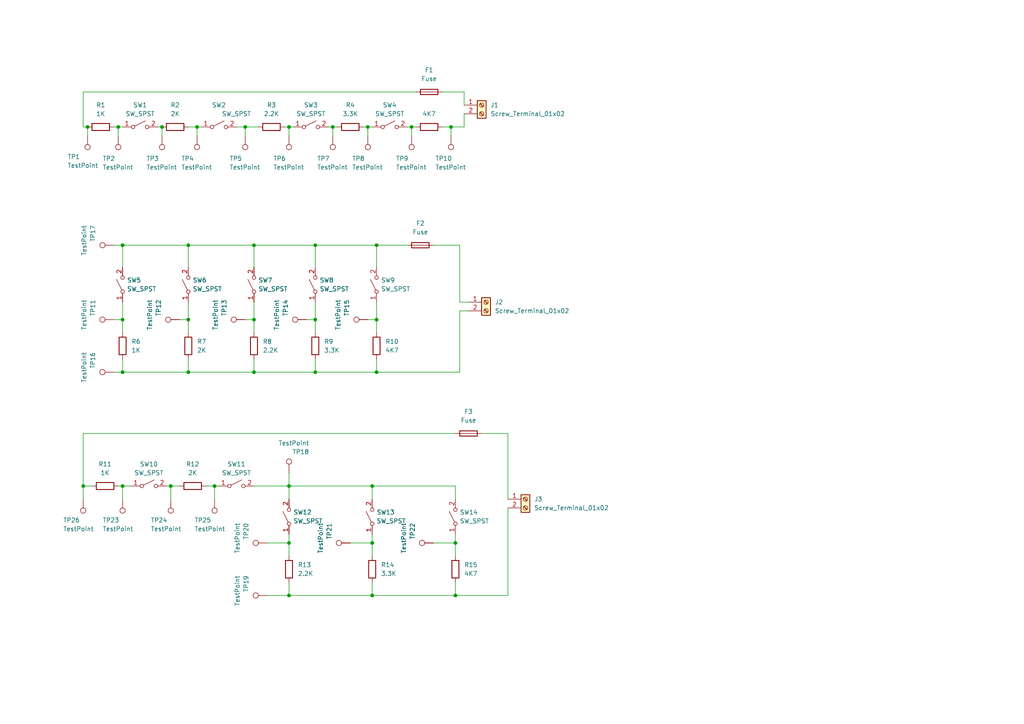
<source format=kicad_sch>
(kicad_sch (version 20250114) (generator "eeschema") (generator_version "9.0")
  (paper "A4")
  (lib_symbols
    (symbol "Connector:Screw_Terminal_01x02" (pin_names (offset 1.016) (hide yes))
      (property "Reference" "J" (at 0 2.54 0))
      (property "Value" "Screw_Terminal_01x02" (at 0 -5.08 0))
      (symbol "Screw_Terminal_01x02_1_1"
        (rectangle (start -1.27 1.27) (end 1.27 -3.81) (stroke (width 0.254)) (fill (type background)))
        (polyline (pts (xy -0.5334 0.3302) (xy 0.3302 -0.508)) (stroke (width 0.1524)))
        (polyline (pts (xy -0.5334 -2.2098) (xy 0.3302 -3.048)) (stroke (width 0.1524)))
        (polyline (pts (xy -0.3556 0.508) (xy 0.508 -0.3302)) (stroke (width 0.1524)))
        (polyline (pts (xy -0.3556 -2.032) (xy 0.508 -2.8702)) (stroke (width 0.1524)))
        (circle (center 0 0) (radius 0.635) (stroke (width 0.1524)))
        (circle (center 0 -2.54) (radius 0.635) (stroke (width 0.1524)))
        (pin passive line (at -5.08 0 0) (length 3.81) (name "Pin_1") (number "1"))
        (pin passive line (at -5.08 -2.54 0) (length 3.81) (name "Pin_2") (number "2"))
      )
    )
    (symbol "Connector:TestPoint" (pin_numbers (hide yes)) (pin_names (offset 0.762) (hide yes))
      (property "Reference" "TP" (at 0 6.858 0))
      (property "Value" "TestPoint" (at 0 5.08 0))
      (symbol "TestPoint_0_1"
        (circle (center 0 3.302) (radius 0.762))
      )
      (symbol "TestPoint_1_1"
        (pin passive line (at 0 0 90) (length 2.54) (name "1") (number "1"))
      )
    )
    (symbol "Device:Fuse" (pin_numbers (hide yes)) (pin_names (offset 0))
      (property "Reference" "F" (at 2.032 0 90))
      (property "Value" "Fuse" (at -1.905 0 90))
      (symbol "Fuse_0_1"
        (rectangle (start -0.762 -2.54) (end 0.762 2.54) (stroke (width 0.254)))
        (polyline (pts (xy 0 2.54) (xy 0 -2.54)))
      )
      (symbol "Fuse_1_1"
        (pin passive line (at 0 3.81 270) (length 1.27) (name "~") (number "1"))
        (pin passive line (at 0 -3.81 90) (length 1.27) (name "~") (number "2"))
      )
    )
    (symbol "Device:R" (pin_numbers (hide yes)) (pin_names (offset 0))
      (property "Reference" "R" (at 2.032 0 90))
      (property "Value" "R" (at 0 0 90))
      (symbol "R_0_1"
        (rectangle (start -1.016 -2.54) (end 1.016 2.54) (stroke (width 0.254)))
      )
      (symbol "R_1_1"
        (pin passive line (at 0 3.81 270) (length 1.27) (name "~") (number "1"))
        (pin passive line (at 0 -3.81 90) (length 1.27) (name "~") (number "2"))
      )
    )
    (symbol "Switch:SW_SPST" (pin_names (offset 0) (hide yes))
      (property "Reference" "SW" (at 0 3.175 0))
      (property "Value" "SW_SPST" (at 0 -2.54 0))
      (symbol "SW_SPST_0_0"
        (circle (center -2.032 0) (radius 0.508))
        (polyline (pts (xy -1.524 0.254) (xy 1.524 1.778)))
        (circle (center 2.032 0) (radius 0.508))
      )
      (symbol "SW_SPST_1_1"
        (pin passive line (at -5.08 0 0) (length 2.54) (name "A") (number "1"))
        (pin passive line (at 5.08 0 180) (length 2.54) (name "B") (number "2"))
      )
    )
  )
  (junction (at 34.29 36.83))
  (junction (at 25.4 36.83))
  (junction (at 132.08 172.72))
  (junction (at 91.44 92.71))
  (junction (at 130.81 36.83))
  (junction (at 24.13 140.97))
  (junction (at 91.44 107.95))
  (junction (at 106.68 36.83))
  (junction (at 35.56 71.12))
  (junction (at 109.22 107.95))
  (junction (at 109.22 71.12))
  (junction (at 49.53 140.97))
  (junction (at 132.08 157.48))
  (junction (at 73.66 71.12))
  (junction (at 107.95 172.72))
  (junction (at 107.95 157.48))
  (junction (at 119.38 36.83))
  (junction (at 62.23 140.97))
  (junction (at 83.82 172.72))
  (junction (at 35.56 92.71))
  (junction (at 109.22 92.71))
  (junction (at 35.56 140.97))
  (junction (at 46.99 36.83))
  (junction (at 54.61 71.12))
  (junction (at 54.61 107.95))
  (junction (at 96.52 36.83))
  (junction (at 107.95 140.97))
  (junction (at 83.82 140.97))
  (junction (at 73.66 107.95))
  (junction (at 83.82 36.83))
  (junction (at 57.15 36.83))
  (junction (at 83.82 157.48))
  (junction (at 73.66 92.71))
  (junction (at 91.44 71.12))
  (junction (at 35.56 107.95))
  (junction (at 54.61 92.71))
  (junction (at 71.12 36.83))
  (wire (pts (xy 96.52 36.83) (xy 97.79 36.83)))
  (wire (pts (xy 49.53 140.97) (xy 52.07 140.97)))
  (wire (pts (xy 54.61 71.12) (xy 73.66 71.12)))
  (wire (pts (xy 35.56 107.95) (xy 54.61 107.95)))
  (wire (pts (xy 147.32 147.32) (xy 147.32 172.72)))
  (wire (pts (xy 59.69 140.97) (xy 62.23 140.97)))
  (wire (pts (xy 107.95 172.72) (xy 132.08 172.72)))
  (wire (pts (xy 133.35 90.17) (xy 133.35 107.95)))
  (wire (pts (xy 46.99 36.83) (xy 46.99 39.37)))
  (wire (pts (xy 62.23 140.97) (xy 63.5 140.97)))
  (wire (pts (xy 105.41 36.83) (xy 106.68 36.83)))
  (wire (pts (xy 35.56 104.14) (xy 35.56 107.95)))
  (wire (pts (xy 83.82 36.83) (xy 85.09 36.83)))
  (wire (pts (xy 33.02 71.12) (xy 35.56 71.12)))
  (wire (pts (xy 95.25 36.83) (xy 96.52 36.83)))
  (wire (pts (xy 57.15 36.83) (xy 58.42 36.83)))
  (wire (pts (xy 118.11 71.12) (xy 109.22 71.12)))
  (wire (pts (xy 77.47 172.72) (xy 83.82 172.72)))
  (wire (pts (xy 132.08 154.94) (xy 132.08 157.48)))
  (wire (pts (xy 73.66 71.12) (xy 91.44 71.12)))
  (wire (pts (xy 54.61 92.71) (xy 54.61 96.52)))
  (wire (pts (xy 109.22 92.71) (xy 109.22 96.52)))
  (wire (pts (xy 33.02 107.95) (xy 35.56 107.95)))
  (wire (pts (xy 33.02 36.83) (xy 34.29 36.83)))
  (wire (pts (xy 134.62 30.48) (xy 134.62 26.67)))
  (wire (pts (xy 73.66 107.95) (xy 91.44 107.95)))
  (wire (pts (xy 119.38 36.83) (xy 119.38 39.37)))
  (wire (pts (xy 34.29 140.97) (xy 35.56 140.97)))
  (wire (pts (xy 128.27 36.83) (xy 130.81 36.83)))
  (wire (pts (xy 54.61 36.83) (xy 57.15 36.83)))
  (wire (pts (xy 54.61 104.14) (xy 54.61 107.95)))
  (wire (pts (xy 125.73 157.48) (xy 132.08 157.48)))
  (wire (pts (xy 24.13 36.83) (xy 25.4 36.83)))
  (wire (pts (xy 133.35 87.63) (xy 135.89 87.63)))
  (wire (pts (xy 91.44 71.12) (xy 109.22 71.12)))
  (wire (pts (xy 73.66 87.63) (xy 73.66 92.71)))
  (wire (pts (xy 107.95 154.94) (xy 107.95 157.48)))
  (wire (pts (xy 62.23 140.97) (xy 62.23 144.78)))
  (wire (pts (xy 135.89 90.17) (xy 133.35 90.17)))
  (wire (pts (xy 91.44 77.47) (xy 91.44 71.12)))
  (wire (pts (xy 83.82 140.97) (xy 73.66 140.97)))
  (wire (pts (xy 71.12 36.83) (xy 74.93 36.83)))
  (wire (pts (xy 83.82 172.72) (xy 107.95 172.72)))
  (wire (pts (xy 96.52 36.83) (xy 96.52 39.37)))
  (wire (pts (xy 109.22 87.63) (xy 109.22 92.71)))
  (wire (pts (xy 33.02 92.71) (xy 35.56 92.71)))
  (wire (pts (xy 133.35 107.95) (xy 109.22 107.95)))
  (wire (pts (xy 91.44 107.95) (xy 109.22 107.95)))
  (wire (pts (xy 91.44 104.14) (xy 91.44 107.95)))
  (wire (pts (xy 132.08 125.73) (xy 24.13 125.73)))
  (wire (pts (xy 83.82 154.94) (xy 83.82 157.48)))
  (wire (pts (xy 132.08 144.78) (xy 132.08 140.97)))
  (wire (pts (xy 34.29 36.83) (xy 34.29 39.37)))
  (wire (pts (xy 101.6 157.48) (xy 107.95 157.48)))
  (wire (pts (xy 83.82 36.83) (xy 83.82 39.37)))
  (wire (pts (xy 83.82 137.16) (xy 83.82 140.97)))
  (wire (pts (xy 83.82 144.78) (xy 83.82 140.97)))
  (wire (pts (xy 147.32 125.73) (xy 147.32 144.78)))
  (wire (pts (xy 106.68 36.83) (xy 106.68 39.37)))
  (wire (pts (xy 106.68 36.83) (xy 107.95 36.83)))
  (wire (pts (xy 83.82 168.91) (xy 83.82 172.72)))
  (wire (pts (xy 34.29 36.83) (xy 35.56 36.83)))
  (wire (pts (xy 54.61 77.47) (xy 54.61 71.12)))
  (wire (pts (xy 107.95 168.91) (xy 107.95 172.72)))
  (wire (pts (xy 107.95 144.78) (xy 107.95 140.97)))
  (wire (pts (xy 106.68 92.71) (xy 109.22 92.71)))
  (wire (pts (xy 109.22 104.14) (xy 109.22 107.95)))
  (wire (pts (xy 25.4 36.83) (xy 25.4 39.37)))
  (wire (pts (xy 134.62 33.02) (xy 134.62 36.83)))
  (wire (pts (xy 35.56 77.47) (xy 35.56 71.12)))
  (wire (pts (xy 132.08 157.48) (xy 132.08 161.29)))
  (wire (pts (xy 24.13 26.67) (xy 120.65 26.67)))
  (wire (pts (xy 91.44 87.63) (xy 91.44 92.71)))
  (wire (pts (xy 77.47 157.48) (xy 83.82 157.48)))
  (wire (pts (xy 132.08 140.97) (xy 107.95 140.97)))
  (wire (pts (xy 35.56 87.63) (xy 35.56 92.71)))
  (wire (pts (xy 132.08 172.72) (xy 147.32 172.72)))
  (wire (pts (xy 83.82 157.48) (xy 83.82 161.29)))
  (wire (pts (xy 24.13 140.97) (xy 24.13 144.78)))
  (wire (pts (xy 139.7 125.73) (xy 147.32 125.73)))
  (wire (pts (xy 54.61 107.95) (xy 73.66 107.95)))
  (wire (pts (xy 119.38 36.83) (xy 120.65 36.83)))
  (wire (pts (xy 35.56 71.12) (xy 54.61 71.12)))
  (wire (pts (xy 35.56 140.97) (xy 38.1 140.97)))
  (wire (pts (xy 49.53 140.97) (xy 49.53 144.78)))
  (wire (pts (xy 107.95 157.48) (xy 107.95 161.29)))
  (wire (pts (xy 71.12 36.83) (xy 71.12 39.37)))
  (wire (pts (xy 73.66 104.14) (xy 73.66 107.95)))
  (wire (pts (xy 73.66 92.71) (xy 73.66 96.52)))
  (wire (pts (xy 24.13 125.73) (xy 24.13 140.97)))
  (wire (pts (xy 128.27 26.67) (xy 134.62 26.67)))
  (wire (pts (xy 83.82 140.97) (xy 107.95 140.97)))
  (wire (pts (xy 35.56 140.97) (xy 35.56 144.78)))
  (wire (pts (xy 35.56 92.71) (xy 35.56 96.52)))
  (wire (pts (xy 71.12 92.71) (xy 73.66 92.71)))
  (wire (pts (xy 133.35 71.12) (xy 125.73 71.12)))
  (wire (pts (xy 45.72 36.83) (xy 46.99 36.83)))
  (wire (pts (xy 48.26 140.97) (xy 49.53 140.97)))
  (wire (pts (xy 24.13 26.67) (xy 24.13 36.83)))
  (wire (pts (xy 130.81 36.83) (xy 134.62 36.83)))
  (wire (pts (xy 109.22 71.12) (xy 109.22 77.47)))
  (wire (pts (xy 73.66 77.47) (xy 73.66 71.12)))
  (wire (pts (xy 91.44 92.71) (xy 91.44 96.52)))
  (wire (pts (xy 52.07 92.71) (xy 54.61 92.71)))
  (wire (pts (xy 88.9 92.71) (xy 91.44 92.71)))
  (wire (pts (xy 130.81 36.83) (xy 130.81 39.37)))
  (wire (pts (xy 133.35 71.12) (xy 133.35 87.63)))
  (wire (pts (xy 68.58 36.83) (xy 71.12 36.83)))
  (wire (pts (xy 82.55 36.83) (xy 83.82 36.83)))
  (wire (pts (xy 118.11 36.83) (xy 119.38 36.83)))
  (wire (pts (xy 24.13 140.97) (xy 26.67 140.97)))
  (wire (pts (xy 132.08 168.91) (xy 132.08 172.72)))
  (wire (pts (xy 57.15 36.83) (xy 57.15 39.37)))
  (wire (pts (xy 54.61 87.63) (xy 54.61 92.71)))
  (symbol (lib_id "Switch:SW_SPST") (at 90.17 36.83 0) (unit 1)
    (property "Reference" "SW3" (at 90.17 30.48 0))
    (property "Value" "SW_SPST" (at 90.17 33.02 0))
    (property "Footprint" "Button_Switch_THT:SW_CK_JS202011CQN_DPDT_Straight" (effects (hide yes)))
    (property "Description" "Single Pole Single Throw (SPST) switch" (effects (hide yes)))
  )
  (symbol (lib_id "Connector:Screw_Terminal_01x02") (at 139.7 30.48 0) (unit 1)
    (property "Reference" "J1" (at 142.24 30.4799 0) (effects (justify left)))
    (property "Value" "Screw_Terminal_01x02" (at 142.24 33.0199 0) (effects (justify left)))
    (property "Footprint" "TerminalBlock_Phoenix:TerminalBlock_Phoenix_MKDS-1,5-2-5.08_1x02_P5.08mm_Horizontal" (effects (hide yes)))
    (property "Description" "Generic screw terminal, single row, 01x02, script generated (kicad-library-utils/schlib/autogen/connector/)" (effects (hide yes)))
  )
  (symbol (lib_id "Connector:TestPoint") (at 125.73 157.48 90) (unit 1)
    (property "Reference" "TP22" (at 119.634 151.638 0) (effects (justify right)))
    (property "Value" "TestPoint" (at 117.094 151.638 0) (effects (justify right)))
    (property "Footprint" "TestPoint:TestPoint_Bridge_Pitch2.54mm_Drill1.0mm" (effects (hide yes)))
    (property "Description" "test point" (effects (hide yes)))
  )
  (symbol (lib_id "Connector:TestPoint") (at 77.47 172.72 90) (unit 1)
    (property "Reference" "TP19" (at 71.374 166.878 0) (effects (justify right)))
    (property "Value" "TestPoint" (at 68.834 166.878 0) (effects (justify right)))
    (property "Footprint" "TestPoint:TestPoint_Bridge_Pitch2.54mm_Drill1.0mm" (effects (hide yes)))
    (property "Description" "test point" (effects (hide yes)))
  )
  (symbol (lib_id "Device:Fuse") (at 121.92 71.12 90) (unit 1)
    (property "Reference" "F2" (at 121.92 64.77 90))
    (property "Value" "Fuse" (at 121.92 67.31 90))
    (property "Footprint" "Fuse:Fuseholder_Cylinder-5x20mm_Schurter_0031_8201_Horizontal_Open" (effects (hide yes)))
    (property "Description" "Fuse" (effects (hide yes)))
  )
  (symbol (lib_id "Device:R") (at 35.56 100.33 180) (unit 1)
    (property "Reference" "R6" (at 38.1 99.0599 0) (effects (justify right)))
    (property "Value" "1K" (at 38.1 101.5999 0) (effects (justify right)))
    (property "Footprint" "Resistor_THT:R_Axial_DIN0207_L6.3mm_D2.5mm_P7.62mm_Horizontal" (effects (hide yes)))
    (property "Description" "Resistor" (effects (hide yes)))
  )
  (symbol (lib_id "Connector:TestPoint") (at 24.13 144.78 180) (unit 1)
    (property "Reference" "TP26" (at 18.288 150.876 0) (effects (justify right)))
    (property "Value" "TestPoint" (at 18.288 153.416 0) (effects (justify right)))
    (property "Footprint" "TestPoint:TestPoint_Bridge_Pitch2.54mm_Drill1.0mm" (effects (hide yes)))
    (property "Description" "test point" (effects (hide yes)))
  )
  (symbol (lib_id "Switch:SW_SPST") (at 54.61 82.55 90) (unit 1)
    (property "Reference" "SW6" (at 55.88 81.2799 90) (effects (justify right)))
    (property "Value" "SW_SPST" (at 55.88 83.8199 90) (effects (justify right)))
    (property "Footprint" "Button_Switch_THT:SW_CK_JS202011CQN_DPDT_Straight" (effects (hide yes)))
    (property "Description" "Single Pole Single Throw (SPST) switch" (effects (hide yes)))
  )
  (symbol (lib_id "Switch:SW_SPST") (at 91.44 82.55 90) (unit 1)
    (property "Reference" "SW8" (at 92.71 81.2799 90) (effects (justify right)))
    (property "Value" "SW_SPST" (at 92.71 83.8199 90) (effects (justify right)))
    (property "Footprint" "Button_Switch_THT:SW_CK_JS202011CQN_DPDT_Straight" (effects (hide yes)))
    (property "Description" "Single Pole Single Throw (SPST) switch" (effects (hide yes)))
  )
  (symbol (lib_id "Connector:TestPoint") (at 49.53 144.78 180) (unit 1)
    (property "Reference" "TP24" (at 43.688 150.876 0) (effects (justify right)))
    (property "Value" "TestPoint" (at 43.688 153.416 0) (effects (justify right)))
    (property "Footprint" "TestPoint:TestPoint_Bridge_Pitch2.54mm_Drill1.0mm" (effects (hide yes)))
    (property "Description" "test point" (effects (hide yes)))
  )
  (symbol (lib_id "Connector:TestPoint") (at 96.52 39.37 180) (unit 1)
    (property "Reference" "TP7" (at 91.948 45.974 0) (effects (justify right)))
    (property "Value" "TestPoint" (at 91.948 48.514 0) (effects (justify right)))
    (property "Footprint" "TestPoint:TestPoint_Bridge_Pitch2.54mm_Drill1.0mm" (effects (hide yes)))
    (property "Description" "test point" (effects (hide yes)))
  )
  (symbol (lib_id "Switch:SW_SPST") (at 113.03 36.83 0) (unit 1)
    (property "Reference" "SW4" (at 113.03 30.48 0))
    (property "Value" "SW_SPST" (at 113.03 33.02 0))
    (property "Footprint" "Button_Switch_THT:SW_CK_JS202011CQN_DPDT_Straight" (effects (hide yes)))
    (property "Description" "Single Pole Single Throw (SPST) switch" (effects (hide yes)))
  )
  (symbol (lib_id "Switch:SW_SPST") (at 35.56 82.55 90) (unit 1)
    (property "Reference" "SW5" (at 36.83 81.2799 90) (effects (justify right)))
    (property "Value" "SW_SPST" (at 36.83 83.8199 90) (effects (justify right)))
    (property "Footprint" "Button_Switch_THT:SW_CK_JS202011CQN_DPDT_Straight" (effects (hide yes)))
    (property "Description" "Single Pole Single Throw (SPST) switch" (effects (hide yes)))
  )
  (symbol (lib_id "Connector:TestPoint") (at 77.47 157.48 90) (unit 1)
    (property "Reference" "TP20" (at 71.374 151.638 0) (effects (justify right)))
    (property "Value" "TestPoint" (at 68.834 151.638 0) (effects (justify right)))
    (property "Footprint" "TestPoint:TestPoint_Bridge_Pitch2.54mm_Drill1.0mm" (effects (hide yes)))
    (property "Description" "test point" (effects (hide yes)))
  )
  (symbol (lib_id "Connector:TestPoint") (at 62.23 144.78 180) (unit 1)
    (property "Reference" "TP25" (at 56.388 150.876 0) (effects (justify right)))
    (property "Value" "TestPoint" (at 56.388 153.416 0) (effects (justify right)))
    (property "Footprint" "TestPoint:TestPoint_Bridge_Pitch2.54mm_Drill1.0mm" (effects (hide yes)))
    (property "Description" "test point" (effects (hide yes)))
  )
  (symbol (lib_id "Device:Fuse") (at 124.46 26.67 90) (unit 1)
    (property "Reference" "F1" (at 124.46 20.32 90))
    (property "Value" "Fuse" (at 124.46 22.86 90))
    (property "Footprint" "Fuse:Fuseholder_Cylinder-5x20mm_Schurter_0031_8201_Horizontal_Open" (effects (hide yes)))
    (property "Description" "Fuse" (effects (hide yes)))
  )
  (symbol (lib_id "Device:R") (at 78.74 36.83 90) (unit 1)
    (property "Reference" "R3" (at 78.74 30.48 90))
    (property "Value" "2.2K" (at 78.74 33.02 90))
    (property "Footprint" "Resistor_THT:R_Axial_DIN0207_L6.3mm_D2.5mm_P7.62mm_Horizontal" (effects (hide yes)))
    (property "Description" "Resistor" (effects (hide yes)))
  )
  (symbol (lib_id "Device:R") (at 107.95 165.1 180) (unit 1)
    (property "Reference" "R14" (at 110.49 163.8299 0) (effects (justify right)))
    (property "Value" "3.3K" (at 110.49 166.3699 0) (effects (justify right)))
    (property "Footprint" "Resistor_THT:R_Axial_DIN0207_L6.3mm_D2.5mm_P7.62mm_Horizontal" (effects (hide yes)))
    (property "Description" "Resistor" (effects (hide yes)))
  )
  (symbol (lib_id "Device:R") (at 30.48 140.97 90) (unit 1)
    (property "Reference" "R11" (at 30.48 134.62 90))
    (property "Value" "1K" (at 30.48 137.16 90))
    (property "Footprint" "Resistor_THT:R_Axial_DIN0207_L6.3mm_D2.5mm_P7.62mm_Horizontal" (effects (hide yes)))
    (property "Description" "Resistor" (effects (hide yes)))
  )
  (symbol (lib_id "Switch:SW_SPST") (at 43.18 140.97 0) (unit 1)
    (property "Reference" "SW10" (at 43.18 134.62 0))
    (property "Value" "SW_SPST" (at 43.18 137.16 0))
    (property "Footprint" "Button_Switch_THT:SW_CK_JS202011CQN_DPDT_Straight" (effects (hide yes)))
    (property "Description" "Single Pole Single Throw (SPST) switch" (effects (hide yes)))
  )
  (symbol (lib_id "Connector:TestPoint") (at 88.9 92.71 90) (unit 1)
    (property "Reference" "TP14" (at 82.804 86.868 0) (effects (justify right)))
    (property "Value" "TestPoint" (at 80.264 86.868 0) (effects (justify right)))
    (property "Footprint" "TestPoint:TestPoint_Bridge_Pitch2.54mm_Drill1.0mm" (effects (hide yes)))
    (property "Description" "test point" (effects (hide yes)))
  )
  (symbol (lib_id "Switch:SW_SPST") (at 73.66 82.55 90) (unit 1)
    (property "Reference" "SW7" (at 74.93 81.2799 90) (effects (justify right)))
    (property "Value" "SW_SPST" (at 74.93 83.8199 90) (effects (justify right)))
    (property "Footprint" "Button_Switch_THT:SW_CK_JS202011CQN_DPDT_Straight" (effects (hide yes)))
    (property "Description" "Single Pole Single Throw (SPST) switch" (effects (hide yes)))
  )
  (symbol (lib_id "Device:R") (at 124.46 36.83 90) (unit 1)
    (property "Reference" "R5" (effects (hide yes)))
    (property "Value" "4K7" (at 124.46 33.02 90))
    (property "Footprint" "Resistor_THT:R_Axial_DIN0207_L6.3mm_D2.5mm_P7.62mm_Horizontal" (effects (hide yes)))
    (property "Description" "Resistor" (effects (hide yes)))
  )
  (symbol (lib_id "Device:R") (at 54.61 100.33 180) (unit 1)
    (property "Reference" "R7" (at 57.15 99.0599 0) (effects (justify right)))
    (property "Value" "2K" (at 57.15 101.5999 0) (effects (justify right)))
    (property "Footprint" "Resistor_THT:R_Axial_DIN0207_L6.3mm_D2.5mm_P7.62mm_Horizontal" (effects (hide yes)))
    (property "Description" "Resistor" (effects (hide yes)))
  )
  (symbol (lib_id "Switch:SW_SPST") (at 83.82 149.86 90) (unit 1)
    (property "Reference" "SW12" (at 85.09 148.5899 90) (effects (justify right)))
    (property "Value" "SW_SPST" (at 85.09 151.1299 90) (effects (justify right)))
    (property "Footprint" "Button_Switch_THT:SW_CK_JS202011CQN_DPDT_Straight" (effects (hide yes)))
    (property "Description" "Single Pole Single Throw (SPST) switch" (effects (hide yes)))
  )
  (symbol (lib_id "Device:R") (at 109.22 100.33 180) (unit 1)
    (property "Reference" "R10" (at 111.76 99.0599 0) (effects (justify right)))
    (property "Value" "4K7" (at 111.76 101.5999 0) (effects (justify right)))
    (property "Footprint" "Resistor_THT:R_Axial_DIN0207_L6.3mm_D2.5mm_P7.62mm_Horizontal" (effects (hide yes)))
    (property "Description" "Resistor" (effects (hide yes)))
  )
  (symbol (lib_id "Switch:SW_SPST") (at 40.64 36.83 0) (unit 1)
    (property "Reference" "SW1" (at 40.64 30.48 0))
    (property "Value" "SW_SPST" (at 40.64 33.02 0))
    (property "Footprint" "Button_Switch_THT:SW_CK_JS202011CQN_DPDT_Straight" (effects (hide yes)))
    (property "Description" "Single Pole Single Throw (SPST) switch" (effects (hide yes)))
  )
  (symbol (lib_id "Switch:SW_SPST") (at 109.22 82.55 90) (unit 1)
    (property "Reference" "SW9" (at 110.49 81.2799 90) (effects (justify right)))
    (property "Value" "SW_SPST" (at 110.49 83.8199 90) (effects (justify right)))
    (property "Footprint" "Button_Switch_THT:SW_CK_JS202011CQN_DPDT_Straight" (effects (hide yes)))
    (property "Description" "Single Pole Single Throw (SPST) switch" (effects (hide yes)))
  )
  (symbol (lib_id "Connector:TestPoint") (at 83.82 137.16 0) (unit 1)
    (property "Reference" "TP18" (at 89.662 131.064 0) (effects (justify right)))
    (property "Value" "TestPoint" (at 89.662 128.524 0) (effects (justify right)))
    (property "Footprint" "TestPoint:TestPoint_Bridge_Pitch2.54mm_Drill1.0mm" (effects (hide yes)))
    (property "Description" "test point" (effects (hide yes)))
  )
  (symbol (lib_id "Device:R") (at 132.08 165.1 180) (unit 1)
    (property "Reference" "R15" (at 134.62 163.8299 0) (effects (justify right)))
    (property "Value" "4K7" (at 134.62 166.3699 0) (effects (justify right)))
    (property "Footprint" "Resistor_THT:R_Axial_DIN0207_L6.3mm_D2.5mm_P7.62mm_Horizontal" (effects (hide yes)))
    (property "Description" "Resistor" (effects (hide yes)))
  )
  (symbol (lib_id "Connector:TestPoint") (at 33.02 71.12 90) (unit 1)
    (property "Reference" "TP17" (at 26.924 65.278 0) (effects (justify right)))
    (property "Value" "TestPoint" (at 24.384 65.278 0) (effects (justify right)))
    (property "Footprint" "TestPoint:TestPoint_Bridge_Pitch2.54mm_Drill1.0mm" (effects (hide yes)))
    (property "Description" "test point" (effects (hide yes)))
  )
  (symbol (lib_id "Connector:TestPoint") (at 33.02 107.95 90) (unit 1)
    (property "Reference" "TP16" (at 26.924 102.108 0) (effects (justify right)))
    (property "Value" "TestPoint" (at 24.384 102.108 0) (effects (justify right)))
    (property "Footprint" "TestPoint:TestPoint_Bridge_Pitch2.54mm_Drill1.0mm" (effects (hide yes)))
    (property "Description" "test point" (effects (hide yes)))
  )
  (symbol (lib_id "Device:R") (at 83.82 165.1 180) (unit 1)
    (property "Reference" "R13" (at 86.36 163.8299 0) (effects (justify right)))
    (property "Value" "2.2K" (at 86.36 166.3699 0) (effects (justify right)))
    (property "Footprint" "Resistor_THT:R_Axial_DIN0207_L6.3mm_D2.5mm_P7.62mm_Horizontal" (effects (hide yes)))
    (property "Description" "Resistor" (effects (hide yes)))
  )
  (symbol (lib_id "Connector:TestPoint") (at 71.12 92.71 90) (unit 1)
    (property "Reference" "TP13" (at 65.024 86.868 0) (effects (justify right)))
    (property "Value" "TestPoint" (at 62.484 86.868 0) (effects (justify right)))
    (property "Footprint" "TestPoint:TestPoint_Bridge_Pitch2.54mm_Drill1.0mm" (effects (hide yes)))
    (property "Description" "test point" (effects (hide yes)))
  )
  (symbol (lib_id "Switch:SW_SPST") (at 68.58 140.97 0) (unit 1)
    (property "Reference" "SW11" (at 68.58 134.62 0))
    (property "Value" "SW_SPST" (at 68.58 137.16 0))
    (property "Footprint" "Button_Switch_THT:SW_CK_JS202011CQN_DPDT_Straight" (effects (hide yes)))
    (property "Description" "Single Pole Single Throw (SPST) switch" (effects (hide yes)))
  )
  (symbol (lib_id "Connector:Screw_Terminal_01x02") (at 152.4 144.78 0) (unit 1)
    (property "Reference" "J3" (at 154.94 144.7799 0) (effects (justify left)))
    (property "Value" "Screw_Terminal_01x02" (at 154.94 147.3199 0) (effects (justify left)))
    (property "Footprint" "TerminalBlock_Phoenix:TerminalBlock_Phoenix_MKDS-1,5-2-5.08_1x02_P5.08mm_Horizontal" (effects (hide yes)))
    (property "Description" "Generic screw terminal, single row, 01x02, script generated (kicad-library-utils/schlib/autogen/connector/)" (effects (hide yes)))
  )
  (symbol (lib_id "Connector:TestPoint") (at 25.4 39.37 180) (unit 1)
    (property "Reference" "TP1" (at 19.558 45.466 0) (effects (justify right)))
    (property "Value" "TestPoint" (at 19.558 48.006 0) (effects (justify right)))
    (property "Footprint" "TestPoint:TestPoint_Bridge_Pitch2.54mm_Drill1.0mm" (effects (hide yes)))
    (property "Description" "test point" (effects (hide yes)))
  )
  (symbol (lib_id "Switch:SW_SPST") (at 132.08 149.86 90) (unit 1)
    (property "Reference" "SW14" (at 133.35 148.5899 90) (effects (justify right)))
    (property "Value" "SW_SPST" (at 133.35 151.1299 90) (effects (justify right)))
    (property "Footprint" "Button_Switch_THT:SW_CK_JS202011CQN_DPDT_Straight" (effects (hide yes)))
    (property "Description" "Single Pole Single Throw (SPST) switch" (effects (hide yes)))
  )
  (symbol (lib_id "Connector:TestPoint") (at 52.07 92.71 90) (unit 1)
    (property "Reference" "TP12" (at 45.974 86.868 0) (effects (justify right)))
    (property "Value" "TestPoint" (at 43.434 86.868 0) (effects (justify right)))
    (property "Footprint" "TestPoint:TestPoint_Bridge_Pitch2.54mm_Drill1.0mm" (effects (hide yes)))
    (property "Description" "test point" (effects (hide yes)))
  )
  (symbol (lib_id "Connector:TestPoint") (at 106.68 92.71 90) (unit 1)
    (property "Reference" "TP15" (at 100.584 86.868 0) (effects (justify right)))
    (property "Value" "TestPoint" (at 98.044 86.868 0) (effects (justify right)))
    (property "Footprint" "TestPoint:TestPoint_Bridge_Pitch2.54mm_Drill1.0mm" (effects (hide yes)))
    (property "Description" "test point" (effects (hide yes)))
  )
  (symbol (lib_id "Connector:TestPoint") (at 106.68 39.37 180) (unit 1)
    (property "Reference" "TP8" (at 102.108 45.974 0) (effects (justify right)))
    (property "Value" "TestPoint" (at 102.108 48.514 0) (effects (justify right)))
    (property "Footprint" "TestPoint:TestPoint_Bridge_Pitch2.54mm_Drill1.0mm" (effects (hide yes)))
    (property "Description" "test point" (effects (hide yes)))
  )
  (symbol (lib_id "Device:R") (at 101.6 36.83 90) (unit 1)
    (property "Reference" "R4" (at 101.6 30.48 90))
    (property "Value" "3.3K" (at 101.6 33.02 90))
    (property "Footprint" "Resistor_THT:R_Axial_DIN0207_L6.3mm_D2.5mm_P7.62mm_Horizontal" (effects (hide yes)))
    (property "Description" "Resistor" (effects (hide yes)))
  )
  (symbol (lib_id "Connector:TestPoint") (at 46.99 39.37 180) (unit 1)
    (property "Reference" "TP3" (at 42.418 45.974 0) (effects (justify right)))
    (property "Value" "TestPoint" (at 42.418 48.514 0) (effects (justify right)))
    (property "Footprint" "TestPoint:TestPoint_Bridge_Pitch2.54mm_Drill1.0mm" (effects (hide yes)))
    (property "Description" "test point" (effects (hide yes)))
  )
  (symbol (lib_id "Connector:TestPoint") (at 83.82 39.37 180) (unit 1)
    (property "Reference" "TP6" (at 79.248 45.974 0) (effects (justify right)))
    (property "Value" "TestPoint" (at 79.248 48.514 0) (effects (justify right)))
    (property "Footprint" "TestPoint:TestPoint_Bridge_Pitch2.54mm_Drill1.0mm" (effects (hide yes)))
    (property "Description" "test point" (effects (hide yes)))
  )
  (symbol (lib_id "Device:R") (at 50.8 36.83 90) (unit 1)
    (property "Reference" "R2" (at 50.8 30.48 90))
    (property "Value" "2K" (at 50.8 33.02 90))
    (property "Footprint" "Resistor_THT:R_Axial_DIN0207_L6.3mm_D2.5mm_P7.62mm_Horizontal" (effects (hide yes)))
    (property "Description" "Resistor" (effects (hide yes)))
  )
  (symbol (lib_id "Connector:TestPoint") (at 34.29 39.37 180) (unit 1)
    (property "Reference" "TP2" (at 29.718 45.974 0) (effects (justify right)))
    (property "Value" "TestPoint" (at 29.718 48.514 0) (effects (justify right)))
    (property "Footprint" "TestPoint:TestPoint_Bridge_Pitch2.54mm_Drill1.0mm" (effects (hide yes)))
    (property "Description" "test point" (effects (hide yes)))
  )
  (symbol (lib_id "Connector:TestPoint") (at 35.56 144.78 180) (unit 1)
    (property "Reference" "TP23" (at 29.718 150.876 0) (effects (justify right)))
    (property "Value" "TestPoint" (at 29.718 153.416 0) (effects (justify right)))
    (property "Footprint" "TestPoint:TestPoint_Bridge_Pitch2.54mm_Drill1.0mm" (effects (hide yes)))
    (property "Description" "test point" (effects (hide yes)))
  )
  (symbol (lib_id "Connector:TestPoint") (at 119.38 39.37 180) (unit 1)
    (property "Reference" "TP9" (at 114.808 45.974 0) (effects (justify right)))
    (property "Value" "TestPoint" (at 114.808 48.514 0) (effects (justify right)))
    (property "Footprint" "TestPoint:TestPoint_Bridge_Pitch2.54mm_Drill1.0mm" (effects (hide yes)))
    (property "Description" "test point" (effects (hide yes)))
  )
  (symbol (lib_id "Connector:TestPoint") (at 130.81 39.37 180) (unit 1)
    (property "Reference" "TP10" (at 126.238 45.974 0) (effects (justify right)))
    (property "Value" "TestPoint" (at 126.238 48.514 0) (effects (justify right)))
    (property "Footprint" "TestPoint:TestPoint_Bridge_Pitch2.54mm_Drill1.0mm" (effects (hide yes)))
    (property "Description" "test point" (effects (hide yes)))
  )
  (symbol (lib_id "Connector:TestPoint") (at 57.15 39.37 180) (unit 1)
    (property "Reference" "TP4" (at 52.578 45.974 0) (effects (justify right)))
    (property "Value" "TestPoint" (at 52.578 48.514 0) (effects (justify right)))
    (property "Footprint" "TestPoint:TestPoint_Bridge_Pitch2.54mm_Drill1.0mm" (effects (hide yes)))
    (property "Description" "test point" (effects (hide yes)))
  )
  (symbol (lib_id "Switch:SW_SPST") (at 63.5 36.83 0) (unit 1)
    (property "Reference" "SW2" (at 63.5 30.48 0))
    (property "Value" "SW_SPST" (at 68.58 33.02 0))
    (property "Footprint" "Button_Switch_THT:SW_CK_JS202011CQN_DPDT_Straight" (effects (hide yes)))
    (property "Description" "Single Pole Single Throw (SPST) switch" (effects (hide yes)))
  )
  (symbol (lib_id "Device:R") (at 73.66 100.33 180) (unit 1)
    (property "Reference" "R8" (at 76.2 99.0599 0) (effects (justify right)))
    (property "Value" "2.2K" (at 76.2 101.5999 0) (effects (justify right)))
    (property "Footprint" "Resistor_THT:R_Axial_DIN0207_L6.3mm_D2.5mm_P7.62mm_Horizontal" (effects (hide yes)))
    (property "Description" "Resistor" (effects (hide yes)))
  )
  (symbol (lib_id "Device:R") (at 29.21 36.83 90) (unit 1)
    (property "Reference" "R1" (at 29.21 30.48 90))
    (property "Value" "1K" (at 29.21 33.02 90))
    (property "Footprint" "Resistor_THT:R_Axial_DIN0207_L6.3mm_D2.5mm_P7.62mm_Horizontal" (effects (hide yes)))
    (property "Description" "Resistor" (effects (hide yes)))
  )
  (symbol (lib_id "Device:R") (at 55.88 140.97 90) (unit 1)
    (property "Reference" "R12" (at 55.88 134.62 90))
    (property "Value" "2K" (at 55.88 137.16 90))
    (property "Footprint" "Resistor_THT:R_Axial_DIN0207_L6.3mm_D2.5mm_P7.62mm_Horizontal" (effects (hide yes)))
    (property "Description" "Resistor" (effects (hide yes)))
  )
  (symbol (lib_id "Device:R") (at 91.44 100.33 180) (unit 1)
    (property "Reference" "R9" (at 93.98 99.0599 0) (effects (justify right)))
    (property "Value" "3.3K" (at 93.98 101.5999 0) (effects (justify right)))
    (property "Footprint" "Resistor_THT:R_Axial_DIN0207_L6.3mm_D2.5mm_P7.62mm_Horizontal" (effects (hide yes)))
    (property "Description" "Resistor" (effects (hide yes)))
  )
  (symbol (lib_id "Connector:TestPoint") (at 33.02 92.71 90) (unit 1)
    (property "Reference" "TP11" (at 26.924 86.868 0) (effects (justify right)))
    (property "Value" "TestPoint" (at 24.384 86.868 0) (effects (justify right)))
    (property "Footprint" "TestPoint:TestPoint_Bridge_Pitch2.54mm_Drill1.0mm" (effects (hide yes)))
    (property "Description" "test point" (effects (hide yes)))
  )
  (symbol (lib_id "Device:Fuse") (at 135.89 125.73 90) (unit 1)
    (property "Reference" "F3" (at 135.89 119.38 90))
    (property "Value" "Fuse" (at 135.89 121.92 90))
    (property "Footprint" "Fuse:Fuseholder_Cylinder-5x20mm_Schurter_0031_8201_Horizontal_Open" (effects (hide yes)))
    (property "Description" "Fuse" (effects (hide yes)))
  )
  (symbol (lib_id "Switch:SW_SPST") (at 107.95 149.86 90) (unit 1)
    (property "Reference" "SW13" (at 109.22 148.5899 90) (effects (justify right)))
    (property "Value" "SW_SPST" (at 109.22 151.1299 90) (effects (justify right)))
    (property "Footprint" "Button_Switch_THT:SW_CK_JS202011CQN_DPDT_Straight" (effects (hide yes)))
    (property "Description" "Single Pole Single Throw (SPST) switch" (effects (hide yes)))
  )
  (symbol (lib_id "Connector:TestPoint") (at 71.12 39.37 180) (unit 1)
    (property "Reference" "TP5" (at 66.548 45.974 0) (effects (justify right)))
    (property "Value" "TestPoint" (at 66.548 48.514 0) (effects (justify right)))
    (property "Footprint" "TestPoint:TestPoint_Bridge_Pitch2.54mm_Drill1.0mm" (effects (hide yes)))
    (property "Description" "test point" (effects (hide yes)))
  )
  (symbol (lib_id "Connector:Screw_Terminal_01x02") (at 140.97 87.63 0) (unit 1)
    (property "Reference" "J2" (at 143.51 87.6299 0) (effects (justify left)))
    (property "Value" "Screw_Terminal_01x02" (at 143.51 90.1699 0) (effects (justify left)))
    (property "Footprint" "TerminalBlock_Phoenix:TerminalBlock_Phoenix_MKDS-1,5-2-5.08_1x02_P5.08mm_Horizontal" (effects (hide yes)))
    (property "Description" "Generic screw terminal, single row, 01x02, script generated (kicad-library-utils/schlib/autogen/connector/)" (effects (hide yes)))
  )
  (symbol (lib_id "Connector:TestPoint") (at 101.6 157.48 90) (unit 1)
    (property "Reference" "TP21" (at 95.504 151.638 0) (effects (justify right)))
    (property "Value" "TestPoint" (at 92.964 151.638 0) (effects (justify right)))
    (property "Footprint" "TestPoint:TestPoint_Bridge_Pitch2.54mm_Drill1.0mm" (effects (hide yes)))
    (property "Description" "test point" (effects (hide yes)))
  )
)
</source>
